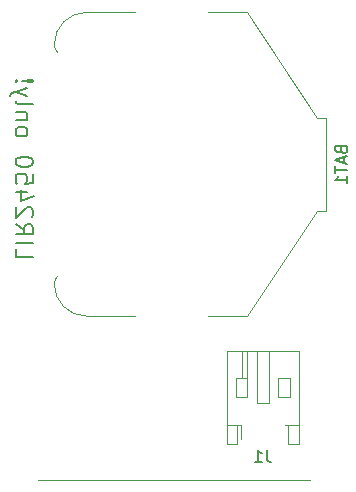
<source format=gbr>
G04 #@! TF.GenerationSoftware,KiCad,Pcbnew,(5.1.5)-3*
G04 #@! TF.CreationDate,2021-04-09T15:24:42+08:00*
G04 #@! TF.ProjectId,parasite,70617261-7369-4746-952e-6b696361645f,1.1.0*
G04 #@! TF.SameCoordinates,Original*
G04 #@! TF.FileFunction,Legend,Bot*
G04 #@! TF.FilePolarity,Positive*
%FSLAX46Y46*%
G04 Gerber Fmt 4.6, Leading zero omitted, Abs format (unit mm)*
G04 Created by KiCad (PCBNEW (5.1.5)-3) date 2021-04-09 15:24:42*
%MOMM*%
%LPD*%
G04 APERTURE LIST*
%ADD10C,0.200000*%
%ADD11C,0.120000*%
%ADD12C,0.150000*%
G04 APERTURE END LIST*
D10*
X104571428Y-79450000D02*
X104571428Y-80164285D01*
X106071428Y-80164285D01*
X104571428Y-78950000D02*
X106071428Y-78950000D01*
X104571428Y-77378571D02*
X105285714Y-77878571D01*
X104571428Y-78235714D02*
X106071428Y-78235714D01*
X106071428Y-77664285D01*
X106000000Y-77521428D01*
X105928571Y-77450000D01*
X105785714Y-77378571D01*
X105571428Y-77378571D01*
X105428571Y-77450000D01*
X105357142Y-77521428D01*
X105285714Y-77664285D01*
X105285714Y-78235714D01*
X105928571Y-76807142D02*
X106000000Y-76735714D01*
X106071428Y-76592857D01*
X106071428Y-76235714D01*
X106000000Y-76092857D01*
X105928571Y-76021428D01*
X105785714Y-75950000D01*
X105642857Y-75950000D01*
X105428571Y-76021428D01*
X104571428Y-76878571D01*
X104571428Y-75950000D01*
X105571428Y-74664285D02*
X104571428Y-74664285D01*
X106142857Y-75021428D02*
X105071428Y-75378571D01*
X105071428Y-74450000D01*
X106071428Y-73164285D02*
X106071428Y-73878571D01*
X105357142Y-73950000D01*
X105428571Y-73878571D01*
X105500000Y-73735714D01*
X105500000Y-73378571D01*
X105428571Y-73235714D01*
X105357142Y-73164285D01*
X105214285Y-73092857D01*
X104857142Y-73092857D01*
X104714285Y-73164285D01*
X104642857Y-73235714D01*
X104571428Y-73378571D01*
X104571428Y-73735714D01*
X104642857Y-73878571D01*
X104714285Y-73950000D01*
X106071428Y-72164285D02*
X106071428Y-72021428D01*
X106000000Y-71878571D01*
X105928571Y-71807142D01*
X105785714Y-71735714D01*
X105500000Y-71664285D01*
X105142857Y-71664285D01*
X104857142Y-71735714D01*
X104714285Y-71807142D01*
X104642857Y-71878571D01*
X104571428Y-72021428D01*
X104571428Y-72164285D01*
X104642857Y-72307142D01*
X104714285Y-72378571D01*
X104857142Y-72450000D01*
X105142857Y-72521428D01*
X105500000Y-72521428D01*
X105785714Y-72450000D01*
X105928571Y-72378571D01*
X106000000Y-72307142D01*
X106071428Y-72164285D01*
X104571428Y-69664285D02*
X104642857Y-69807142D01*
X104714285Y-69878571D01*
X104857142Y-69950000D01*
X105285714Y-69950000D01*
X105428571Y-69878571D01*
X105500000Y-69807142D01*
X105571428Y-69664285D01*
X105571428Y-69450000D01*
X105500000Y-69307142D01*
X105428571Y-69235714D01*
X105285714Y-69164285D01*
X104857142Y-69164285D01*
X104714285Y-69235714D01*
X104642857Y-69307142D01*
X104571428Y-69450000D01*
X104571428Y-69664285D01*
X105571428Y-68521428D02*
X104571428Y-68521428D01*
X105428571Y-68521428D02*
X105500000Y-68450000D01*
X105571428Y-68307142D01*
X105571428Y-68092857D01*
X105500000Y-67950000D01*
X105357142Y-67878571D01*
X104571428Y-67878571D01*
X104571428Y-66950000D02*
X104642857Y-67092857D01*
X104785714Y-67164285D01*
X106071428Y-67164285D01*
X105571428Y-66521428D02*
X104571428Y-66164285D01*
X105571428Y-65807142D02*
X104571428Y-66164285D01*
X104214285Y-66307142D01*
X104142857Y-66378571D01*
X104071428Y-66521428D01*
X104714285Y-65235714D02*
X104642857Y-65164285D01*
X104571428Y-65235714D01*
X104642857Y-65307142D01*
X104714285Y-65235714D01*
X104571428Y-65235714D01*
X105142857Y-65235714D02*
X106000000Y-65307142D01*
X106071428Y-65235714D01*
X106000000Y-65164285D01*
X105142857Y-65235714D01*
X106071428Y-65235714D01*
D11*
X106500000Y-99000000D02*
X129500000Y-99000000D01*
X108128249Y-62821751D02*
G75*
G02X107850000Y-62150000I671751J671751D01*
G01*
X108128249Y-81778249D02*
G75*
G03X107850000Y-82450000I671751J-671751D01*
G01*
X110550000Y-85150000D02*
G75*
G02X107850000Y-82450000I0J2700000D01*
G01*
X110550000Y-59450000D02*
G75*
G03X107850000Y-62150000I0J-2700000D01*
G01*
X114700000Y-59450000D02*
X110500000Y-59450000D01*
X114700000Y-85150000D02*
X110500000Y-85150000D01*
X124200000Y-59450000D02*
X120900000Y-59450000D01*
X130050000Y-68350000D02*
X124200000Y-59450000D01*
X130850000Y-68350000D02*
X130050000Y-68350000D01*
X130850000Y-76250000D02*
X130850000Y-68350000D01*
X130850000Y-76250000D02*
X130050000Y-76250000D01*
X130050000Y-76250000D02*
X124200000Y-85150000D01*
X124200000Y-85150000D02*
X120900000Y-85150000D01*
X123640000Y-94360000D02*
X123640000Y-95575000D01*
X123700000Y-90400000D02*
X123700000Y-88140000D01*
X124200000Y-90400000D02*
X124200000Y-88140000D01*
X126800000Y-92000000D02*
X127800000Y-92000000D01*
X126800000Y-90400000D02*
X126800000Y-92000000D01*
X127800000Y-90400000D02*
X126800000Y-90400000D01*
X127800000Y-92000000D02*
X127800000Y-90400000D01*
X124200000Y-92000000D02*
X123200000Y-92000000D01*
X124200000Y-90400000D02*
X124200000Y-92000000D01*
X123200000Y-90400000D02*
X124200000Y-90400000D01*
X123200000Y-92000000D02*
X123200000Y-90400000D01*
X128560000Y-94360000D02*
X127640000Y-94360000D01*
X122440000Y-94360000D02*
X123360000Y-94360000D01*
X126000000Y-92500000D02*
X126000000Y-88140000D01*
X125000000Y-92500000D02*
X126000000Y-92500000D01*
X125000000Y-88140000D02*
X125000000Y-92500000D01*
X127640000Y-94360000D02*
X127360000Y-94360000D01*
X127640000Y-95960000D02*
X127640000Y-94360000D01*
X128560000Y-95960000D02*
X127640000Y-95960000D01*
X128560000Y-88140000D02*
X128560000Y-95960000D01*
X122440000Y-88140000D02*
X128560000Y-88140000D01*
X122440000Y-95960000D02*
X122440000Y-88140000D01*
X123360000Y-95960000D02*
X122440000Y-95960000D01*
X123360000Y-94360000D02*
X123360000Y-95960000D01*
X123640000Y-94360000D02*
X123360000Y-94360000D01*
D12*
X132128571Y-71085714D02*
X132176190Y-71228571D01*
X132223809Y-71276190D01*
X132319047Y-71323809D01*
X132461904Y-71323809D01*
X132557142Y-71276190D01*
X132604761Y-71228571D01*
X132652380Y-71133333D01*
X132652380Y-70752380D01*
X131652380Y-70752380D01*
X131652380Y-71085714D01*
X131700000Y-71180952D01*
X131747619Y-71228571D01*
X131842857Y-71276190D01*
X131938095Y-71276190D01*
X132033333Y-71228571D01*
X132080952Y-71180952D01*
X132128571Y-71085714D01*
X132128571Y-70752380D01*
X132366666Y-71704761D02*
X132366666Y-72180952D01*
X132652380Y-71609523D02*
X131652380Y-71942857D01*
X132652380Y-72276190D01*
X131652380Y-72466666D02*
X131652380Y-73038095D01*
X132652380Y-72752380D02*
X131652380Y-72752380D01*
X132652380Y-73895238D02*
X132652380Y-73323809D01*
X132652380Y-73609523D02*
X131652380Y-73609523D01*
X131795238Y-73514285D01*
X131890476Y-73419047D01*
X131938095Y-73323809D01*
X125833333Y-96502380D02*
X125833333Y-97216666D01*
X125880952Y-97359523D01*
X125976190Y-97454761D01*
X126119047Y-97502380D01*
X126214285Y-97502380D01*
X124833333Y-97502380D02*
X125404761Y-97502380D01*
X125119047Y-97502380D02*
X125119047Y-96502380D01*
X125214285Y-96645238D01*
X125309523Y-96740476D01*
X125404761Y-96788095D01*
M02*

</source>
